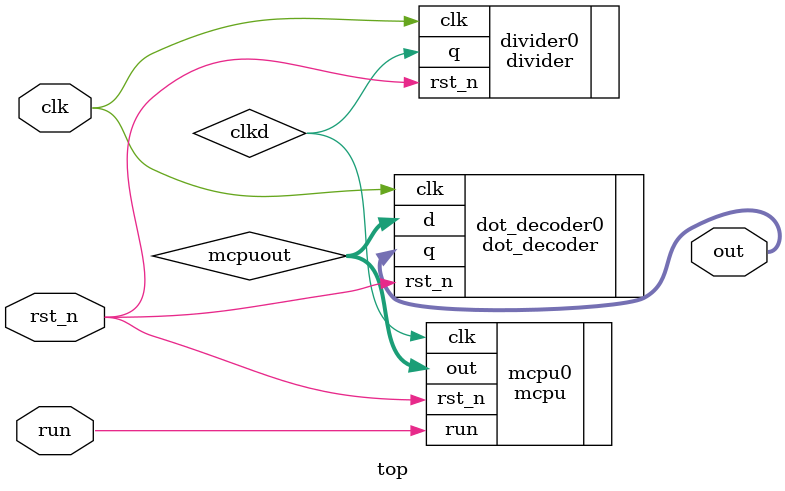
<source format=v>
module top (clk, rst_n, run, out);

  input clk, rst_n, run;
  output [15:0] out;

  wire clkd;
  wire [63:0] mcpuout;

  divider divider0(.clk(clk), .rst_n(rst_n), .q(clkd));
  mcpu mcpu0(.clk(clkd), .rst_n(rst_n), .run(run), .out(mcpuout));
  dot_decoder dot_decoder0(.clk(clk), .rst_n(rst_n), .d(mcpuout), .q(out));

endmodule
</source>
